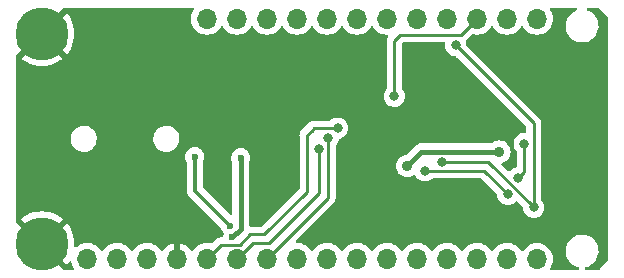
<source format=gbl>
G04 #@! TF.GenerationSoftware,KiCad,Pcbnew,7.0.1*
G04 #@! TF.CreationDate,2023-08-17T16:00:53-05:00*
G04 #@! TF.ProjectId,MiniWAV,4d696e69-5741-4562-9e6b-696361645f70,A*
G04 #@! TF.SameCoordinates,Original*
G04 #@! TF.FileFunction,Copper,L2,Bot*
G04 #@! TF.FilePolarity,Positive*
%FSLAX46Y46*%
G04 Gerber Fmt 4.6, Leading zero omitted, Abs format (unit mm)*
G04 Created by KiCad (PCBNEW 7.0.1) date 2023-08-17 16:00:53*
%MOMM*%
%LPD*%
G01*
G04 APERTURE LIST*
G04 #@! TA.AperFunction,ComponentPad*
%ADD10O,1.700000X1.700000*%
G04 #@! TD*
G04 #@! TA.AperFunction,ComponentPad*
%ADD11C,4.500000*%
G04 #@! TD*
G04 #@! TA.AperFunction,ViaPad*
%ADD12C,0.900000*%
G04 #@! TD*
G04 #@! TA.AperFunction,ViaPad*
%ADD13C,0.600000*%
G04 #@! TD*
G04 #@! TA.AperFunction,ViaPad*
%ADD14C,0.800000*%
G04 #@! TD*
G04 #@! TA.AperFunction,Conductor*
%ADD15C,0.450000*%
G04 #@! TD*
G04 #@! TA.AperFunction,Conductor*
%ADD16C,0.250000*%
G04 #@! TD*
G04 #@! TA.AperFunction,Conductor*
%ADD17C,0.350000*%
G04 #@! TD*
G04 APERTURE END LIST*
D10*
X125977800Y-108457200D03*
X128517800Y-108457200D03*
X131057800Y-108457200D03*
X133597800Y-108457200D03*
X136137800Y-108457200D03*
X138677800Y-108457200D03*
X141217800Y-108457200D03*
X143757800Y-108457200D03*
X146297800Y-108457200D03*
X148837800Y-108457200D03*
X151377800Y-108457200D03*
X153917800Y-108457200D03*
X156457800Y-108457200D03*
X158997800Y-108457200D03*
X161537800Y-108457200D03*
X164077800Y-108482600D03*
X164077800Y-88137200D03*
X161537800Y-88137200D03*
X158997800Y-88137200D03*
X156457800Y-88137200D03*
X153917800Y-88137200D03*
X151377800Y-88137200D03*
X148837800Y-88137200D03*
X146297800Y-88137200D03*
X143757800Y-88137200D03*
X141217800Y-88137200D03*
X138677800Y-88137200D03*
X136137800Y-88137200D03*
D11*
X122150000Y-107205000D03*
X122150000Y-89405000D03*
D12*
X160900000Y-99405000D03*
D13*
X138300000Y-106605000D03*
D12*
X153100000Y-100605000D03*
D13*
X139000000Y-99905000D03*
D14*
X165500000Y-92105000D03*
X161200000Y-97105000D03*
X155900000Y-94505000D03*
X137100000Y-94305000D03*
X168600000Y-102305000D03*
X137100000Y-101905000D03*
X149900000Y-102505000D03*
X156400000Y-105005000D03*
X163300000Y-106305000D03*
X149500000Y-92305000D03*
D13*
X140800000Y-104005000D03*
D14*
X163000000Y-98705000D03*
X162500000Y-101605000D03*
X161600000Y-103005000D03*
X154600000Y-101005000D03*
X163800000Y-104105000D03*
X157200000Y-90405000D03*
X156072905Y-100229500D03*
X152000000Y-94705000D03*
D13*
X138100000Y-105681000D03*
X135100000Y-99805000D03*
D14*
X147200000Y-97405000D03*
X146400000Y-98205000D03*
X145600000Y-99205000D03*
D15*
X139000000Y-105905000D02*
X139000000Y-99905000D01*
X154300000Y-99405000D02*
X153100000Y-100605000D01*
X138300000Y-106605000D02*
X139000000Y-105905000D01*
X160900000Y-99405000D02*
X154300000Y-99405000D01*
D16*
X163000000Y-98705000D02*
X163000000Y-101105000D01*
X163000000Y-101105000D02*
X162500000Y-101605000D01*
X159600000Y-101005000D02*
X161600000Y-103005000D01*
X154600000Y-101005000D02*
X159600000Y-101005000D01*
X157200000Y-90405000D02*
X163800000Y-97005000D01*
X159924500Y-100229500D02*
X163800000Y-104105000D01*
X163800000Y-97005000D02*
X163800000Y-104105000D01*
X156072905Y-100229500D02*
X159924500Y-100229500D01*
X152500000Y-89505000D02*
X157630000Y-89505000D01*
X157630000Y-89505000D02*
X158997800Y-88137200D01*
X152000000Y-90005000D02*
X152500000Y-89505000D01*
X152000000Y-94705000D02*
X152000000Y-90005000D01*
D17*
X138076000Y-105681000D02*
X135100000Y-102705000D01*
X135100000Y-102705000D02*
X135100000Y-99805000D01*
X138100000Y-105681000D02*
X138076000Y-105681000D01*
D16*
X138600000Y-107282200D02*
X138922800Y-107282200D01*
X145200000Y-97405000D02*
X147200000Y-97405000D01*
X144600000Y-102805000D02*
X144600000Y-98005000D01*
X145000000Y-97605000D02*
X145200000Y-97405000D01*
X137312800Y-107282200D02*
X138600000Y-107282200D01*
X144600000Y-98005000D02*
X145000000Y-97605000D01*
X139800000Y-106405000D02*
X141000000Y-106405000D01*
X138922800Y-107282200D02*
X139800000Y-106405000D01*
X136137800Y-108457200D02*
X137312800Y-107282200D01*
X141000000Y-106405000D02*
X144600000Y-102805000D01*
X141217800Y-108457200D02*
X142570000Y-107105000D01*
X146400000Y-103305000D02*
X146400000Y-98205000D01*
X142600000Y-107105000D02*
X146400000Y-103305000D01*
X142570000Y-107105000D02*
X142600000Y-107105000D01*
X138677800Y-108457200D02*
X140030000Y-107105000D01*
X141400000Y-107105000D02*
X145600000Y-102905000D01*
X140030000Y-107105000D02*
X141400000Y-107105000D01*
X145600000Y-102905000D02*
X145600000Y-99205000D01*
G04 #@! TA.AperFunction,Conductor*
G36*
X134968004Y-87222991D02*
G01*
X135013665Y-87271743D01*
X135027411Y-87337110D01*
X135005251Y-87400121D01*
X134975934Y-87441992D01*
X134963764Y-87459373D01*
X134863897Y-87673536D01*
X134802736Y-87901792D01*
X134782140Y-88137199D01*
X134802736Y-88372607D01*
X134826249Y-88460357D01*
X134863897Y-88600863D01*
X134963765Y-88815030D01*
X135099305Y-89008601D01*
X135266399Y-89175695D01*
X135459970Y-89311235D01*
X135674137Y-89411103D01*
X135902392Y-89472263D01*
X136137799Y-89492859D01*
X136137799Y-89492858D01*
X136137800Y-89492859D01*
X136373208Y-89472263D01*
X136601463Y-89411103D01*
X136815630Y-89311235D01*
X137009201Y-89175695D01*
X137176295Y-89008601D01*
X137306226Y-88823039D01*
X137350543Y-88784175D01*
X137407800Y-88770164D01*
X137465057Y-88784175D01*
X137509373Y-88823039D01*
X137639305Y-89008601D01*
X137806399Y-89175695D01*
X137999970Y-89311235D01*
X138214137Y-89411103D01*
X138442392Y-89472263D01*
X138677799Y-89492859D01*
X138677799Y-89492858D01*
X138677800Y-89492859D01*
X138913208Y-89472263D01*
X139141463Y-89411103D01*
X139355630Y-89311235D01*
X139549201Y-89175695D01*
X139716295Y-89008601D01*
X139846226Y-88823039D01*
X139890543Y-88784175D01*
X139947800Y-88770164D01*
X140005057Y-88784175D01*
X140049373Y-88823039D01*
X140179305Y-89008601D01*
X140346399Y-89175695D01*
X140539970Y-89311235D01*
X140754137Y-89411103D01*
X140982392Y-89472263D01*
X141217799Y-89492859D01*
X141217799Y-89492858D01*
X141217800Y-89492859D01*
X141453208Y-89472263D01*
X141681463Y-89411103D01*
X141895630Y-89311235D01*
X142089201Y-89175695D01*
X142256295Y-89008601D01*
X142386226Y-88823039D01*
X142430543Y-88784175D01*
X142487800Y-88770164D01*
X142545057Y-88784175D01*
X142589373Y-88823039D01*
X142719305Y-89008601D01*
X142886399Y-89175695D01*
X143079970Y-89311235D01*
X143294137Y-89411103D01*
X143522392Y-89472263D01*
X143757799Y-89492859D01*
X143757799Y-89492858D01*
X143757800Y-89492859D01*
X143993208Y-89472263D01*
X144221463Y-89411103D01*
X144435630Y-89311235D01*
X144629201Y-89175695D01*
X144796295Y-89008601D01*
X144926226Y-88823039D01*
X144970543Y-88784175D01*
X145027800Y-88770164D01*
X145085057Y-88784175D01*
X145129373Y-88823039D01*
X145259305Y-89008601D01*
X145426399Y-89175695D01*
X145619970Y-89311235D01*
X145834137Y-89411103D01*
X146062392Y-89472263D01*
X146297799Y-89492859D01*
X146297799Y-89492858D01*
X146297800Y-89492859D01*
X146533208Y-89472263D01*
X146761463Y-89411103D01*
X146975630Y-89311235D01*
X147169201Y-89175695D01*
X147336295Y-89008601D01*
X147466226Y-88823039D01*
X147510543Y-88784175D01*
X147567800Y-88770164D01*
X147625057Y-88784175D01*
X147669373Y-88823039D01*
X147799305Y-89008601D01*
X147966399Y-89175695D01*
X148159970Y-89311235D01*
X148374137Y-89411103D01*
X148602392Y-89472263D01*
X148837799Y-89492859D01*
X148837799Y-89492858D01*
X148837800Y-89492859D01*
X149073208Y-89472263D01*
X149301463Y-89411103D01*
X149515630Y-89311235D01*
X149709201Y-89175695D01*
X149876295Y-89008601D01*
X150006226Y-88823039D01*
X150050543Y-88784175D01*
X150107800Y-88770164D01*
X150165057Y-88784175D01*
X150209373Y-88823039D01*
X150339305Y-89008601D01*
X150506399Y-89175695D01*
X150699970Y-89311235D01*
X150914137Y-89411103D01*
X151142392Y-89472263D01*
X151364594Y-89491704D01*
X151426145Y-89514533D01*
X151467414Y-89565585D01*
X151476837Y-89630553D01*
X151461104Y-89668633D01*
X151463547Y-89669691D01*
X151439975Y-89724158D01*
X151434838Y-89734644D01*
X151413802Y-89772907D01*
X151408821Y-89792309D01*
X151402520Y-89810711D01*
X151394561Y-89829102D01*
X151387728Y-89872242D01*
X151385360Y-89883674D01*
X151374500Y-89925978D01*
X151374500Y-89946016D01*
X151372973Y-89965415D01*
X151369840Y-89985194D01*
X151373950Y-90028675D01*
X151374500Y-90040344D01*
X151374500Y-94006313D01*
X151366264Y-94050751D01*
X151342652Y-94089282D01*
X151309545Y-94126051D01*
X151267464Y-94172786D01*
X151172820Y-94336715D01*
X151114326Y-94516742D01*
X151094540Y-94705000D01*
X151114326Y-94893257D01*
X151172820Y-95073284D01*
X151267466Y-95237216D01*
X151394129Y-95377889D01*
X151547269Y-95489151D01*
X151720197Y-95566144D01*
X151905352Y-95605500D01*
X151905354Y-95605500D01*
X152094646Y-95605500D01*
X152094648Y-95605500D01*
X152218084Y-95579262D01*
X152279803Y-95566144D01*
X152452730Y-95489151D01*
X152605871Y-95377888D01*
X152732533Y-95237216D01*
X152827179Y-95073284D01*
X152885674Y-94893256D01*
X152905460Y-94705000D01*
X152885674Y-94516744D01*
X152827179Y-94336716D01*
X152827179Y-94336715D01*
X152732535Y-94172786D01*
X152719427Y-94158229D01*
X152657347Y-94089282D01*
X152633736Y-94050751D01*
X152625500Y-94006313D01*
X152625500Y-90315452D01*
X152634939Y-90267999D01*
X152661819Y-90227771D01*
X152722771Y-90166819D01*
X152762999Y-90139939D01*
X152810452Y-90130500D01*
X156185675Y-90130500D01*
X156251385Y-90149342D01*
X156297125Y-90200142D01*
X156308995Y-90267459D01*
X156294540Y-90405000D01*
X156300254Y-90459369D01*
X156314326Y-90593257D01*
X156372820Y-90773284D01*
X156467466Y-90937216D01*
X156594129Y-91077889D01*
X156747269Y-91189151D01*
X156920197Y-91266144D01*
X157105352Y-91305500D01*
X157105354Y-91305500D01*
X157164548Y-91305500D01*
X157212001Y-91314939D01*
X157252229Y-91341819D01*
X163138181Y-97227771D01*
X163165061Y-97267999D01*
X163174500Y-97315452D01*
X163174500Y-97680500D01*
X163157887Y-97742500D01*
X163112500Y-97787887D01*
X163050500Y-97804500D01*
X162905352Y-97804500D01*
X162720197Y-97843855D01*
X162547269Y-97920848D01*
X162394129Y-98032110D01*
X162267466Y-98172783D01*
X162172820Y-98336715D01*
X162114326Y-98516742D01*
X162094540Y-98704999D01*
X162114326Y-98893257D01*
X162172820Y-99073284D01*
X162267464Y-99237213D01*
X162267467Y-99237216D01*
X162342652Y-99320717D01*
X162366264Y-99359249D01*
X162374500Y-99403687D01*
X162374500Y-100610645D01*
X162361950Y-100665003D01*
X162326841Y-100708359D01*
X162276283Y-100731934D01*
X162220197Y-100743856D01*
X162220196Y-100743856D01*
X162220193Y-100743857D01*
X162047269Y-100820848D01*
X161894129Y-100932110D01*
X161800371Y-101036240D01*
X161744475Y-101071850D01*
X161678223Y-101073585D01*
X161620540Y-101040949D01*
X161106026Y-100526435D01*
X161074199Y-100471826D01*
X161073423Y-100408625D01*
X161103900Y-100353251D01*
X161157707Y-100320094D01*
X161265501Y-100287396D01*
X161430625Y-100199136D01*
X161575357Y-100080357D01*
X161694136Y-99935625D01*
X161782396Y-99770501D01*
X161836747Y-99591331D01*
X161855099Y-99405000D01*
X161836747Y-99218669D01*
X161782396Y-99039499D01*
X161694136Y-98874375D01*
X161575357Y-98729643D01*
X161430625Y-98610864D01*
X161430624Y-98610863D01*
X161265500Y-98522603D01*
X161086332Y-98468253D01*
X160900000Y-98449901D01*
X160713667Y-98468253D01*
X160534499Y-98522603D01*
X160369375Y-98610863D01*
X160320039Y-98651353D01*
X160283148Y-98672251D01*
X160241374Y-98679500D01*
X154361887Y-98679500D01*
X154343917Y-98678191D01*
X154335964Y-98677026D01*
X154321244Y-98674870D01*
X154321243Y-98674870D01*
X154273716Y-98679028D01*
X154262909Y-98679500D01*
X154257744Y-98679500D01*
X154228041Y-98682971D01*
X154224457Y-98683337D01*
X154150758Y-98689785D01*
X154133000Y-98693721D01*
X154063478Y-98719025D01*
X154060074Y-98720208D01*
X153989845Y-98743480D01*
X153973466Y-98751410D01*
X153911665Y-98792055D01*
X153908629Y-98793988D01*
X153845645Y-98832839D01*
X153831537Y-98844332D01*
X153780746Y-98898166D01*
X153778235Y-98900751D01*
X153052713Y-99626274D01*
X153018050Y-99650687D01*
X152977188Y-99661996D01*
X152913666Y-99668253D01*
X152734499Y-99722603D01*
X152569375Y-99810863D01*
X152424643Y-99929643D01*
X152305863Y-100074375D01*
X152217603Y-100239499D01*
X152163253Y-100418667D01*
X152144901Y-100605000D01*
X152163253Y-100791332D01*
X152217603Y-100970500D01*
X152305863Y-101135624D01*
X152327162Y-101161577D01*
X152424643Y-101280357D01*
X152569375Y-101399136D01*
X152734499Y-101487396D01*
X152913669Y-101541747D01*
X153100000Y-101560099D01*
X153286331Y-101541747D01*
X153465501Y-101487396D01*
X153630625Y-101399136D01*
X153630624Y-101399136D01*
X153641396Y-101393379D01*
X153642349Y-101395163D01*
X153671793Y-101380186D01*
X153725109Y-101378216D01*
X153774317Y-101398831D01*
X153810308Y-101438215D01*
X153867466Y-101537215D01*
X153994129Y-101677889D01*
X154147269Y-101789151D01*
X154320197Y-101866144D01*
X154505352Y-101905500D01*
X154505354Y-101905500D01*
X154694646Y-101905500D01*
X154694648Y-101905500D01*
X154818083Y-101879262D01*
X154879803Y-101866144D01*
X155052730Y-101789151D01*
X155205871Y-101677888D01*
X155211598Y-101671526D01*
X155253312Y-101641220D01*
X155303747Y-101630500D01*
X159289548Y-101630500D01*
X159337001Y-101639939D01*
X159377229Y-101666819D01*
X160661038Y-102950629D01*
X160685277Y-102984926D01*
X160696678Y-103025348D01*
X160714326Y-103193257D01*
X160772820Y-103373284D01*
X160867466Y-103537216D01*
X160994129Y-103677889D01*
X161147269Y-103789151D01*
X161320197Y-103866144D01*
X161505352Y-103905500D01*
X161505354Y-103905500D01*
X161694646Y-103905500D01*
X161694648Y-103905500D01*
X161818083Y-103879262D01*
X161879803Y-103866144D01*
X162052730Y-103789151D01*
X162205871Y-103677888D01*
X162252250Y-103626378D01*
X162308144Y-103590769D01*
X162374397Y-103589034D01*
X162432080Y-103621670D01*
X162861038Y-104050628D01*
X162885277Y-104084925D01*
X162896678Y-104125347D01*
X162914326Y-104293257D01*
X162972820Y-104473284D01*
X163067466Y-104637216D01*
X163194129Y-104777889D01*
X163347269Y-104889151D01*
X163520197Y-104966144D01*
X163705352Y-105005500D01*
X163705354Y-105005500D01*
X163894646Y-105005500D01*
X163894648Y-105005500D01*
X164018084Y-104979262D01*
X164079803Y-104966144D01*
X164252730Y-104889151D01*
X164405871Y-104777888D01*
X164532533Y-104637216D01*
X164627179Y-104473284D01*
X164685674Y-104293256D01*
X164705460Y-104105000D01*
X164685674Y-103916744D01*
X164628359Y-103740348D01*
X164627179Y-103736715D01*
X164532535Y-103572786D01*
X164500507Y-103537216D01*
X164457347Y-103489282D01*
X164433736Y-103450751D01*
X164425500Y-103406313D01*
X164425500Y-97087744D01*
X164427764Y-97067236D01*
X164425561Y-96997113D01*
X164425500Y-96993219D01*
X164425500Y-96965654D01*
X164425500Y-96965650D01*
X164424997Y-96961670D01*
X164424081Y-96950028D01*
X164423566Y-96933626D01*
X164422710Y-96906373D01*
X164417118Y-96887126D01*
X164413174Y-96868085D01*
X164410664Y-96848208D01*
X164394579Y-96807583D01*
X164390806Y-96796562D01*
X164378618Y-96754610D01*
X164368419Y-96737364D01*
X164359861Y-96719897D01*
X164352486Y-96701268D01*
X164326808Y-96665926D01*
X164320405Y-96656176D01*
X164298171Y-96618580D01*
X164284006Y-96604415D01*
X164271369Y-96589620D01*
X164259595Y-96573414D01*
X164259594Y-96573413D01*
X164225935Y-96545568D01*
X164217305Y-96537714D01*
X158138960Y-90459369D01*
X158114720Y-90425071D01*
X158103321Y-90384655D01*
X158085674Y-90216744D01*
X158041121Y-90079627D01*
X158037249Y-90018078D01*
X158063506Y-89962274D01*
X158076955Y-89946016D01*
X158089438Y-89930926D01*
X158097279Y-89922309D01*
X158542153Y-89477435D01*
X158597739Y-89445343D01*
X158661926Y-89445343D01*
X158762392Y-89472263D01*
X158919330Y-89485993D01*
X158997799Y-89492859D01*
X158997799Y-89492858D01*
X158997800Y-89492859D01*
X159233208Y-89472263D01*
X159461463Y-89411103D01*
X159675630Y-89311235D01*
X159869201Y-89175695D01*
X160036295Y-89008601D01*
X160166226Y-88823039D01*
X160210543Y-88784175D01*
X160267800Y-88770164D01*
X160325057Y-88784175D01*
X160369373Y-88823039D01*
X160499305Y-89008601D01*
X160666399Y-89175695D01*
X160859970Y-89311235D01*
X161074137Y-89411103D01*
X161302392Y-89472263D01*
X161537799Y-89492859D01*
X161537799Y-89492858D01*
X161537800Y-89492859D01*
X161773208Y-89472263D01*
X162001463Y-89411103D01*
X162215630Y-89311235D01*
X162409201Y-89175695D01*
X162576295Y-89008601D01*
X162706226Y-88823039D01*
X162750543Y-88784175D01*
X162807800Y-88770164D01*
X162865057Y-88784175D01*
X162909373Y-88823039D01*
X163039305Y-89008601D01*
X163206399Y-89175695D01*
X163399970Y-89311235D01*
X163614137Y-89411103D01*
X163842392Y-89472263D01*
X164077799Y-89492859D01*
X164077799Y-89492858D01*
X164077800Y-89492859D01*
X164313208Y-89472263D01*
X164541463Y-89411103D01*
X164755630Y-89311235D01*
X164949201Y-89175695D01*
X165116295Y-89008601D01*
X165251835Y-88815030D01*
X165351703Y-88600863D01*
X165412863Y-88372608D01*
X165433459Y-88137200D01*
X165412863Y-87901792D01*
X165351703Y-87673537D01*
X165251835Y-87459371D01*
X165210348Y-87400121D01*
X165188189Y-87337110D01*
X165201935Y-87271743D01*
X165247596Y-87222991D01*
X165311924Y-87205000D01*
X167370532Y-87205000D01*
X167434647Y-87222862D01*
X167480291Y-87271302D01*
X167494313Y-87336365D01*
X167472674Y-87399306D01*
X167421608Y-87441992D01*
X167217940Y-87534056D01*
X167021410Y-87666886D01*
X166850155Y-87831020D01*
X166709104Y-88021735D01*
X166602312Y-88233545D01*
X166559724Y-88372608D01*
X166532852Y-88460357D01*
X166514860Y-88600862D01*
X166502722Y-88695647D01*
X166512789Y-88932636D01*
X166512790Y-88932639D01*
X166562764Y-89164524D01*
X166562765Y-89164526D01*
X166621717Y-89311235D01*
X166651209Y-89384627D01*
X166775579Y-89586617D01*
X166896630Y-89724158D01*
X166932298Y-89764684D01*
X167116850Y-89913700D01*
X167323940Y-90029388D01*
X167547601Y-90108412D01*
X167781394Y-90148500D01*
X167781396Y-90148500D01*
X167959191Y-90148500D01*
X167959195Y-90148500D01*
X168077299Y-90138447D01*
X168136354Y-90133421D01*
X168289390Y-90093573D01*
X168365910Y-90073650D01*
X168521827Y-90003170D01*
X168582060Y-89975943D01*
X168778590Y-89843113D01*
X168949844Y-89678979D01*
X169090896Y-89488264D01*
X169197688Y-89276454D01*
X169267148Y-89049643D01*
X169297278Y-88814356D01*
X169287210Y-88577361D01*
X169237236Y-88345476D01*
X169148791Y-88125373D01*
X169024421Y-87923383D01*
X168867703Y-87745317D01*
X168867701Y-87745315D01*
X168683149Y-87596299D01*
X168476059Y-87480611D01*
X168377863Y-87445917D01*
X168322038Y-87406077D01*
X168295927Y-87342659D01*
X168307517Y-87275063D01*
X168353264Y-87223966D01*
X168419172Y-87205000D01*
X169248638Y-87205000D01*
X169296091Y-87214439D01*
X169336319Y-87241319D01*
X170063681Y-87968681D01*
X170090561Y-88008909D01*
X170100000Y-88056362D01*
X170100000Y-108462454D01*
X170093288Y-108502697D01*
X170073880Y-108538582D01*
X169925794Y-108728979D01*
X169437233Y-109357129D01*
X169393833Y-109392391D01*
X169339353Y-109405000D01*
X168253705Y-109405000D01*
X168196318Y-109390922D01*
X168151963Y-109351884D01*
X168130709Y-109296750D01*
X168137385Y-109238040D01*
X168170473Y-109189085D01*
X168222460Y-109161001D01*
X168365910Y-109123650D01*
X168473984Y-109074796D01*
X168582060Y-109025943D01*
X168778590Y-108893113D01*
X168949844Y-108728979D01*
X169090896Y-108538264D01*
X169197688Y-108326454D01*
X169267148Y-108099643D01*
X169297278Y-107864356D01*
X169287210Y-107627361D01*
X169237236Y-107395476D01*
X169148791Y-107175373D01*
X169024421Y-106973383D01*
X168867703Y-106795317D01*
X168867701Y-106795315D01*
X168683149Y-106646299D01*
X168476059Y-106530611D01*
X168252398Y-106451587D01*
X168018606Y-106411500D01*
X168018604Y-106411500D01*
X167840809Y-106411500D01*
X167840805Y-106411500D01*
X167663647Y-106426578D01*
X167434089Y-106486349D01*
X167217940Y-106584056D01*
X167021410Y-106716886D01*
X166850155Y-106881020D01*
X166709104Y-107071735D01*
X166602312Y-107283545D01*
X166532852Y-107510356D01*
X166502722Y-107745647D01*
X166512789Y-107982636D01*
X166531938Y-108071492D01*
X166562764Y-108214524D01*
X166651209Y-108434627D01*
X166775579Y-108636617D01*
X166881985Y-108757518D01*
X166932298Y-108814684D01*
X167116850Y-108963700D01*
X167323940Y-109079388D01*
X167547601Y-109158412D01*
X167549771Y-109158784D01*
X167554144Y-109160723D01*
X167557550Y-109161927D01*
X167557456Y-109162192D01*
X167605341Y-109183431D01*
X167642519Y-109231528D01*
X167652368Y-109291516D01*
X167632523Y-109348976D01*
X167587751Y-109390099D01*
X167528815Y-109405000D01*
X165318787Y-109405000D01*
X165254459Y-109387009D01*
X165208798Y-109338257D01*
X165195052Y-109272890D01*
X165217212Y-109209877D01*
X165231771Y-109189085D01*
X165251835Y-109160430D01*
X165351703Y-108946263D01*
X165412863Y-108718008D01*
X165433459Y-108482600D01*
X165429261Y-108434623D01*
X165412863Y-108247192D01*
X165404110Y-108214524D01*
X165351703Y-108018937D01*
X165251835Y-107804771D01*
X165116295Y-107611199D01*
X164949201Y-107444105D01*
X164755630Y-107308565D01*
X164541463Y-107208697D01*
X164480301Y-107192309D01*
X164313207Y-107147536D01*
X164077800Y-107126940D01*
X163842392Y-107147536D01*
X163614136Y-107208697D01*
X163399970Y-107308565D01*
X163206398Y-107444105D01*
X163039308Y-107611195D01*
X162918267Y-107784060D01*
X162873949Y-107822925D01*
X162816692Y-107836936D01*
X162759435Y-107822925D01*
X162715117Y-107784059D01*
X162711836Y-107779373D01*
X162711835Y-107779371D01*
X162576295Y-107585799D01*
X162409201Y-107418705D01*
X162215630Y-107283165D01*
X162001463Y-107183297D01*
X161940302Y-107166909D01*
X161773207Y-107122136D01*
X161537800Y-107101540D01*
X161302392Y-107122136D01*
X161074136Y-107183297D01*
X160859970Y-107283165D01*
X160666398Y-107418705D01*
X160499305Y-107585798D01*
X160369375Y-107771359D01*
X160325057Y-107810225D01*
X160267800Y-107824236D01*
X160210543Y-107810225D01*
X160166225Y-107771359D01*
X160036294Y-107585798D01*
X159869204Y-107418708D01*
X159869204Y-107418707D01*
X159869201Y-107418705D01*
X159675630Y-107283165D01*
X159461463Y-107183297D01*
X159400302Y-107166909D01*
X159233207Y-107122136D01*
X158997800Y-107101540D01*
X158762392Y-107122136D01*
X158534136Y-107183297D01*
X158319970Y-107283165D01*
X158126398Y-107418705D01*
X157959305Y-107585798D01*
X157829375Y-107771359D01*
X157785057Y-107810225D01*
X157727800Y-107824236D01*
X157670543Y-107810225D01*
X157626225Y-107771359D01*
X157496294Y-107585798D01*
X157329204Y-107418708D01*
X157329204Y-107418707D01*
X157329201Y-107418705D01*
X157135630Y-107283165D01*
X156921463Y-107183297D01*
X156860302Y-107166909D01*
X156693207Y-107122136D01*
X156457800Y-107101540D01*
X156222392Y-107122136D01*
X155994136Y-107183297D01*
X155779970Y-107283165D01*
X155586398Y-107418705D01*
X155419305Y-107585798D01*
X155289375Y-107771359D01*
X155245057Y-107810225D01*
X155187800Y-107824236D01*
X155130543Y-107810225D01*
X155086225Y-107771359D01*
X154956294Y-107585798D01*
X154789204Y-107418708D01*
X154789204Y-107418707D01*
X154789201Y-107418705D01*
X154595630Y-107283165D01*
X154381463Y-107183297D01*
X154320302Y-107166909D01*
X154153207Y-107122136D01*
X153917800Y-107101540D01*
X153682392Y-107122136D01*
X153454136Y-107183297D01*
X153239970Y-107283165D01*
X153046398Y-107418705D01*
X152879305Y-107585798D01*
X152749375Y-107771359D01*
X152705057Y-107810225D01*
X152647800Y-107824236D01*
X152590543Y-107810225D01*
X152546225Y-107771359D01*
X152416294Y-107585798D01*
X152249204Y-107418708D01*
X152249204Y-107418707D01*
X152249201Y-107418705D01*
X152055630Y-107283165D01*
X151841463Y-107183297D01*
X151780302Y-107166909D01*
X151613207Y-107122136D01*
X151377800Y-107101540D01*
X151142392Y-107122136D01*
X150914136Y-107183297D01*
X150699970Y-107283165D01*
X150506398Y-107418705D01*
X150339305Y-107585798D01*
X150209375Y-107771359D01*
X150165057Y-107810225D01*
X150107800Y-107824236D01*
X150050543Y-107810225D01*
X150006225Y-107771359D01*
X149876294Y-107585798D01*
X149709204Y-107418708D01*
X149709204Y-107418707D01*
X149709201Y-107418705D01*
X149515630Y-107283165D01*
X149301463Y-107183297D01*
X149240302Y-107166909D01*
X149073207Y-107122136D01*
X148837800Y-107101540D01*
X148602392Y-107122136D01*
X148374136Y-107183297D01*
X148159970Y-107283165D01*
X147966398Y-107418705D01*
X147799305Y-107585798D01*
X147669375Y-107771359D01*
X147625057Y-107810225D01*
X147567800Y-107824236D01*
X147510543Y-107810225D01*
X147466225Y-107771359D01*
X147336294Y-107585798D01*
X147169204Y-107418708D01*
X147169204Y-107418707D01*
X147169201Y-107418705D01*
X146975630Y-107283165D01*
X146761463Y-107183297D01*
X146700302Y-107166909D01*
X146533207Y-107122136D01*
X146297800Y-107101540D01*
X146062392Y-107122136D01*
X145834136Y-107183297D01*
X145619970Y-107283165D01*
X145426398Y-107418705D01*
X145259305Y-107585798D01*
X145129375Y-107771359D01*
X145085057Y-107810225D01*
X145027800Y-107824236D01*
X144970543Y-107810225D01*
X144926225Y-107771359D01*
X144796294Y-107585798D01*
X144629204Y-107418708D01*
X144629204Y-107418707D01*
X144629201Y-107418705D01*
X144435630Y-107283165D01*
X144221463Y-107183297D01*
X144160302Y-107166909D01*
X143993207Y-107122136D01*
X143774655Y-107103015D01*
X143709976Y-107077863D01*
X143668941Y-107021897D01*
X143664402Y-106952648D01*
X143697780Y-106891808D01*
X146783786Y-103805802D01*
X146799887Y-103792904D01*
X146801874Y-103790787D01*
X146801877Y-103790786D01*
X146847932Y-103741741D01*
X146850613Y-103738976D01*
X146852874Y-103736715D01*
X146870120Y-103719470D01*
X146872581Y-103716295D01*
X146880152Y-103707431D01*
X146910062Y-103675582D01*
X146919713Y-103658026D01*
X146930393Y-103641767D01*
X146942674Y-103625936D01*
X146960018Y-103585851D01*
X146965160Y-103575356D01*
X146966574Y-103572784D01*
X146986197Y-103537092D01*
X146991178Y-103517688D01*
X146997480Y-103499283D01*
X147005438Y-103480895D01*
X147012270Y-103437748D01*
X147014639Y-103426316D01*
X147025500Y-103384020D01*
X147025500Y-103363984D01*
X147027027Y-103344585D01*
X147030160Y-103324804D01*
X147026050Y-103281325D01*
X147025500Y-103269656D01*
X147025500Y-98903687D01*
X147033736Y-98859249D01*
X147057347Y-98820717D01*
X147132533Y-98737216D01*
X147136906Y-98729643D01*
X147227179Y-98573284D01*
X147289701Y-98380861D01*
X147290056Y-98380976D01*
X147301417Y-98346007D01*
X147335920Y-98307686D01*
X147383022Y-98286714D01*
X147479803Y-98266144D01*
X147652730Y-98189151D01*
X147805871Y-98077888D01*
X147932533Y-97937216D01*
X148027179Y-97773284D01*
X148085674Y-97593256D01*
X148105460Y-97405000D01*
X148085674Y-97216744D01*
X148037096Y-97067236D01*
X148027179Y-97036715D01*
X147932533Y-96872783D01*
X147805870Y-96732110D01*
X147652730Y-96620848D01*
X147479802Y-96543855D01*
X147294648Y-96504500D01*
X147294646Y-96504500D01*
X147105354Y-96504500D01*
X147105352Y-96504500D01*
X146920197Y-96543855D01*
X146747272Y-96620847D01*
X146698646Y-96656176D01*
X146594129Y-96732112D01*
X146588401Y-96738473D01*
X146546688Y-96768780D01*
X146496253Y-96779500D01*
X145282744Y-96779500D01*
X145262236Y-96777235D01*
X145192113Y-96779439D01*
X145188219Y-96779500D01*
X145160650Y-96779500D01*
X145156671Y-96780002D01*
X145145041Y-96780917D01*
X145101372Y-96782289D01*
X145082128Y-96787880D01*
X145063084Y-96791824D01*
X145043208Y-96794335D01*
X145002600Y-96810413D01*
X144991554Y-96814194D01*
X144949610Y-96826382D01*
X144949607Y-96826383D01*
X144932365Y-96836579D01*
X144914904Y-96845133D01*
X144896267Y-96852512D01*
X144860931Y-96878185D01*
X144851174Y-96884595D01*
X144813580Y-96906829D01*
X144799413Y-96920996D01*
X144784624Y-96933626D01*
X144768415Y-96945402D01*
X144740579Y-96979051D01*
X144732717Y-96987690D01*
X144596138Y-97124269D01*
X144596136Y-97124272D01*
X144216208Y-97504199D01*
X144200110Y-97517096D01*
X144152096Y-97568225D01*
X144149391Y-97571017D01*
X144129874Y-97590534D01*
X144127415Y-97593705D01*
X144119842Y-97602572D01*
X144089935Y-97634420D01*
X144080285Y-97651974D01*
X144069609Y-97668228D01*
X144057326Y-97684063D01*
X144039975Y-97724158D01*
X144034838Y-97734644D01*
X144013802Y-97772907D01*
X144008821Y-97792309D01*
X144002520Y-97810711D01*
X143994561Y-97829102D01*
X143987728Y-97872242D01*
X143985360Y-97883674D01*
X143974500Y-97925978D01*
X143974500Y-97946016D01*
X143972973Y-97965415D01*
X143969840Y-97985194D01*
X143973950Y-98028675D01*
X143974500Y-98040344D01*
X143974500Y-102494548D01*
X143965061Y-102542001D01*
X143938181Y-102582229D01*
X140777228Y-105743181D01*
X140737000Y-105770061D01*
X140689547Y-105779500D01*
X139882741Y-105779500D01*
X139862240Y-105777236D01*
X139857169Y-105777395D01*
X139853395Y-105777514D01*
X139789764Y-105762239D01*
X139742768Y-105716698D01*
X139725500Y-105653576D01*
X139725500Y-100276416D01*
X139732457Y-100235465D01*
X139785368Y-100084255D01*
X139805565Y-99905000D01*
X139785368Y-99725745D01*
X139725789Y-99555478D01*
X139629816Y-99402738D01*
X139629815Y-99402737D01*
X139629814Y-99402735D01*
X139502264Y-99275185D01*
X139412316Y-99218667D01*
X139349522Y-99179211D01*
X139179255Y-99119632D01*
X139179253Y-99119631D01*
X139179251Y-99119631D01*
X139000000Y-99099434D01*
X138820748Y-99119631D01*
X138820745Y-99119631D01*
X138820745Y-99119632D01*
X138650478Y-99179211D01*
X138650476Y-99179211D01*
X138650476Y-99179212D01*
X138497735Y-99275185D01*
X138370185Y-99402735D01*
X138337046Y-99455476D01*
X138274211Y-99555478D01*
X138240896Y-99650687D01*
X138214631Y-99725748D01*
X138194434Y-99905000D01*
X138214631Y-100084251D01*
X138214631Y-100084253D01*
X138214632Y-100084255D01*
X138267542Y-100235465D01*
X138274500Y-100276416D01*
X138274500Y-104624837D01*
X138260985Y-104681132D01*
X138223385Y-104725155D01*
X138169898Y-104747310D01*
X138112182Y-104742768D01*
X138062819Y-104712518D01*
X135811819Y-102461518D01*
X135784939Y-102421290D01*
X135775500Y-102373837D01*
X135775500Y-100270280D01*
X135794506Y-100204308D01*
X135797756Y-100199136D01*
X135825789Y-100154522D01*
X135885368Y-99984255D01*
X135905565Y-99805000D01*
X135885368Y-99625745D01*
X135825789Y-99455478D01*
X135729816Y-99302738D01*
X135729815Y-99302737D01*
X135729814Y-99302735D01*
X135602264Y-99175185D01*
X135539867Y-99135979D01*
X135449522Y-99079211D01*
X135279255Y-99019632D01*
X135279253Y-99019631D01*
X135279251Y-99019631D01*
X135100000Y-98999434D01*
X134920748Y-99019631D01*
X134920745Y-99019631D01*
X134920745Y-99019632D01*
X134750478Y-99079211D01*
X134750476Y-99079211D01*
X134750476Y-99079212D01*
X134597735Y-99175185D01*
X134470185Y-99302735D01*
X134406753Y-99403687D01*
X134374211Y-99455478D01*
X134326674Y-99591331D01*
X134314631Y-99625748D01*
X134294434Y-99805000D01*
X134314631Y-99984251D01*
X134314631Y-99984253D01*
X134314632Y-99984255D01*
X134374211Y-100154522D01*
X134374212Y-100154523D01*
X134405494Y-100204308D01*
X134424500Y-100270280D01*
X134424500Y-102680849D01*
X134424274Y-102688336D01*
X134420780Y-102746087D01*
X134431207Y-102802987D01*
X134432334Y-102810386D01*
X134439312Y-102867847D01*
X134442636Y-102876612D01*
X134448660Y-102898223D01*
X134450348Y-102907436D01*
X134462643Y-102934754D01*
X134474101Y-102960215D01*
X134476960Y-102967117D01*
X134497482Y-103021227D01*
X134502804Y-103028938D01*
X134513824Y-103048476D01*
X134517673Y-103057026D01*
X134517674Y-103057028D01*
X134553360Y-103102577D01*
X134557800Y-103108611D01*
X134590668Y-103156229D01*
X134633989Y-103194608D01*
X134639426Y-103199727D01*
X137302519Y-105862820D01*
X137331879Y-105909546D01*
X137374209Y-106030519D01*
X137470185Y-106183264D01*
X137510870Y-106223949D01*
X137544080Y-106284036D01*
X137540231Y-106352583D01*
X137514631Y-106425745D01*
X137501289Y-106544163D01*
X137481248Y-106599054D01*
X137438293Y-106638672D01*
X137381964Y-106654218D01*
X137304927Y-106656639D01*
X137301032Y-106656700D01*
X137273450Y-106656700D01*
X137269465Y-106657203D01*
X137257833Y-106658118D01*
X137214169Y-106659490D01*
X137194929Y-106665080D01*
X137175881Y-106669025D01*
X137156009Y-106671535D01*
X137115399Y-106687613D01*
X137104354Y-106691394D01*
X137062410Y-106703581D01*
X137045165Y-106713779D01*
X137027704Y-106722333D01*
X137009067Y-106729712D01*
X136973731Y-106755385D01*
X136963974Y-106761795D01*
X136926380Y-106784029D01*
X136912213Y-106798196D01*
X136897424Y-106810826D01*
X136881213Y-106822604D01*
X136853372Y-106856258D01*
X136845511Y-106864897D01*
X136593446Y-107116962D01*
X136537858Y-107149056D01*
X136473672Y-107149056D01*
X136391137Y-107126941D01*
X136373205Y-107122136D01*
X136137800Y-107101540D01*
X135902392Y-107122136D01*
X135674136Y-107183297D01*
X135459970Y-107283165D01*
X135266398Y-107418705D01*
X135099308Y-107585795D01*
X134969069Y-107771796D01*
X134924751Y-107810661D01*
X134867494Y-107824672D01*
X134810237Y-107810661D01*
X134765919Y-107771795D01*
X134635909Y-107586121D01*
X134468881Y-107419093D01*
X134275376Y-107283599D01*
X134061292Y-107183769D01*
X133847800Y-107126564D01*
X133847800Y-108583200D01*
X133831187Y-108645200D01*
X133785800Y-108690587D01*
X133723800Y-108707200D01*
X133471800Y-108707200D01*
X133409800Y-108690587D01*
X133364413Y-108645200D01*
X133347800Y-108583200D01*
X133347800Y-107126564D01*
X133347799Y-107126564D01*
X133134307Y-107183769D01*
X132920221Y-107283600D01*
X132726721Y-107419090D01*
X132559693Y-107586118D01*
X132429680Y-107771796D01*
X132385362Y-107810661D01*
X132328105Y-107824672D01*
X132270848Y-107810661D01*
X132226530Y-107771795D01*
X132096295Y-107585799D01*
X131929201Y-107418705D01*
X131735630Y-107283165D01*
X131521463Y-107183297D01*
X131460302Y-107166909D01*
X131293207Y-107122136D01*
X131057800Y-107101540D01*
X130822392Y-107122136D01*
X130594136Y-107183297D01*
X130379970Y-107283165D01*
X130186398Y-107418705D01*
X130019308Y-107585795D01*
X129889374Y-107771360D01*
X129845055Y-107810226D01*
X129787799Y-107824236D01*
X129730542Y-107810225D01*
X129686226Y-107771361D01*
X129556295Y-107585799D01*
X129389201Y-107418705D01*
X129195630Y-107283165D01*
X128981463Y-107183297D01*
X128920302Y-107166909D01*
X128753207Y-107122136D01*
X128517800Y-107101540D01*
X128282392Y-107122136D01*
X128054136Y-107183297D01*
X127839970Y-107283165D01*
X127646398Y-107418705D01*
X127479308Y-107585795D01*
X127349374Y-107771360D01*
X127305055Y-107810226D01*
X127247799Y-107824236D01*
X127190542Y-107810225D01*
X127146226Y-107771361D01*
X127016295Y-107585799D01*
X126849201Y-107418705D01*
X126655630Y-107283165D01*
X126441463Y-107183297D01*
X126380302Y-107166909D01*
X126213207Y-107122136D01*
X125977800Y-107101540D01*
X125742392Y-107122136D01*
X125514136Y-107183297D01*
X125299970Y-107283165D01*
X125097512Y-107424928D01*
X125096491Y-107423470D01*
X125058697Y-107446313D01*
X124999457Y-107449891D01*
X124945339Y-107425531D01*
X124908740Y-107378812D01*
X124898043Y-107320437D01*
X124905026Y-107204999D01*
X124884938Y-106872917D01*
X124824968Y-106545673D01*
X124725994Y-106228053D01*
X124589456Y-105924681D01*
X124417338Y-105639960D01*
X124264138Y-105444416D01*
X124264136Y-105444416D01*
X122503553Y-107205000D01*
X122503553Y-107205001D01*
X124264136Y-108965582D01*
X124264137Y-108965582D01*
X124417341Y-108770032D01*
X124437322Y-108736980D01*
X124477588Y-108696059D01*
X124531968Y-108677660D01*
X124588808Y-108685725D01*
X124635923Y-108718527D01*
X124663215Y-108769034D01*
X124703897Y-108920864D01*
X124723872Y-108963700D01*
X124803765Y-109135030D01*
X124856175Y-109209879D01*
X124878333Y-109272890D01*
X124864588Y-109338257D01*
X124818927Y-109387009D01*
X124754599Y-109405000D01*
X124037116Y-109405000D01*
X123972966Y-109387117D01*
X123927319Y-109338625D01*
X123926566Y-109335120D01*
X122150000Y-107558553D01*
X120036319Y-105444872D01*
X120009439Y-105404644D01*
X120000000Y-105357191D01*
X120000000Y-105090862D01*
X120389416Y-105090862D01*
X122150000Y-106851446D01*
X122150001Y-106851446D01*
X123910582Y-105090862D01*
X123910582Y-105090861D01*
X123715033Y-104937657D01*
X123430318Y-104765543D01*
X123126946Y-104629005D01*
X122809326Y-104530031D01*
X122482082Y-104470061D01*
X122150000Y-104449973D01*
X121817917Y-104470061D01*
X121490673Y-104530031D01*
X121173053Y-104629005D01*
X120869681Y-104765543D01*
X120584966Y-104937657D01*
X120389416Y-105090861D01*
X120389416Y-105090862D01*
X120000000Y-105090862D01*
X120000000Y-98252398D01*
X124595746Y-98252398D01*
X124600103Y-98343856D01*
X124605746Y-98462330D01*
X124655297Y-98666580D01*
X124742602Y-98857752D01*
X124843494Y-98999434D01*
X124864514Y-99028952D01*
X125016622Y-99173986D01*
X125086147Y-99218667D01*
X125193425Y-99287612D01*
X125231201Y-99302735D01*
X125388543Y-99365725D01*
X125517228Y-99390527D01*
X125594914Y-99405500D01*
X125594915Y-99405500D01*
X125752420Y-99405500D01*
X125752425Y-99405500D01*
X125909218Y-99390528D01*
X126110875Y-99331316D01*
X126297682Y-99235011D01*
X126462886Y-99105092D01*
X126600519Y-98946256D01*
X126705604Y-98764244D01*
X126774344Y-98565633D01*
X126804254Y-98357602D01*
X126799243Y-98252398D01*
X131595746Y-98252398D01*
X131600103Y-98343856D01*
X131605746Y-98462330D01*
X131655297Y-98666580D01*
X131742602Y-98857752D01*
X131843494Y-98999434D01*
X131864514Y-99028952D01*
X132016622Y-99173986D01*
X132086147Y-99218667D01*
X132193425Y-99287612D01*
X132231201Y-99302735D01*
X132388543Y-99365725D01*
X132517228Y-99390527D01*
X132594914Y-99405500D01*
X132594915Y-99405500D01*
X132752420Y-99405500D01*
X132752425Y-99405500D01*
X132909218Y-99390528D01*
X133110875Y-99331316D01*
X133297682Y-99235011D01*
X133462886Y-99105092D01*
X133600519Y-98946256D01*
X133705604Y-98764244D01*
X133774344Y-98565633D01*
X133804254Y-98357602D01*
X133794254Y-98147670D01*
X133744704Y-97943424D01*
X133736737Y-97925978D01*
X133657397Y-97752247D01*
X133550813Y-97602572D01*
X133535486Y-97581048D01*
X133383378Y-97436014D01*
X133335120Y-97405000D01*
X133206574Y-97322387D01*
X133050609Y-97259949D01*
X133011457Y-97244275D01*
X133011456Y-97244274D01*
X133011454Y-97244274D01*
X132805086Y-97204500D01*
X132805085Y-97204500D01*
X132647575Y-97204500D01*
X132549579Y-97213857D01*
X132490779Y-97219472D01*
X132289126Y-97278683D01*
X132102315Y-97374990D01*
X131937115Y-97504906D01*
X131799479Y-97663745D01*
X131694396Y-97845754D01*
X131625655Y-98044366D01*
X131595746Y-98252396D01*
X131595746Y-98252398D01*
X126799243Y-98252398D01*
X126794254Y-98147670D01*
X126744704Y-97943424D01*
X126736737Y-97925978D01*
X126657397Y-97752247D01*
X126550813Y-97602572D01*
X126535486Y-97581048D01*
X126383378Y-97436014D01*
X126335120Y-97405000D01*
X126206574Y-97322387D01*
X126050609Y-97259949D01*
X126011457Y-97244275D01*
X126011456Y-97244274D01*
X126011454Y-97244274D01*
X125805086Y-97204500D01*
X125805085Y-97204500D01*
X125647575Y-97204500D01*
X125549579Y-97213857D01*
X125490779Y-97219472D01*
X125289126Y-97278683D01*
X125102315Y-97374990D01*
X124937115Y-97504906D01*
X124799479Y-97663745D01*
X124694396Y-97845754D01*
X124625655Y-98044366D01*
X124595746Y-98252396D01*
X124595746Y-98252398D01*
X120000000Y-98252398D01*
X120000000Y-91519138D01*
X120389416Y-91519138D01*
X120584960Y-91672338D01*
X120869681Y-91844456D01*
X121173053Y-91980994D01*
X121490673Y-92079968D01*
X121817917Y-92139938D01*
X122150000Y-92160026D01*
X122482082Y-92139938D01*
X122809326Y-92079968D01*
X123126946Y-91980994D01*
X123430318Y-91844456D01*
X123715033Y-91672341D01*
X123910582Y-91519137D01*
X123910582Y-91519136D01*
X122150001Y-89758553D01*
X122150000Y-89758553D01*
X120389416Y-91519136D01*
X120389416Y-91519138D01*
X120000000Y-91519138D01*
X120000000Y-91252807D01*
X120009439Y-91205354D01*
X120036319Y-91165126D01*
X121796446Y-89405001D01*
X122503553Y-89405001D01*
X124264136Y-91165582D01*
X124264137Y-91165582D01*
X124417341Y-90970033D01*
X124589456Y-90685318D01*
X124725994Y-90381946D01*
X124824968Y-90064326D01*
X124884938Y-89737082D01*
X124905026Y-89404999D01*
X124884938Y-89072917D01*
X124824968Y-88745673D01*
X124725994Y-88428053D01*
X124589456Y-88124681D01*
X124417338Y-87839960D01*
X124264138Y-87644416D01*
X124264136Y-87644416D01*
X122503553Y-89405000D01*
X122503553Y-89405001D01*
X121796446Y-89405001D01*
X122150000Y-89051447D01*
X123926567Y-87274877D01*
X123927319Y-87271376D01*
X123972965Y-87222884D01*
X124037116Y-87205000D01*
X134903676Y-87205000D01*
X134968004Y-87222991D01*
G37*
G04 #@! TD.AperFunction*
M02*

</source>
